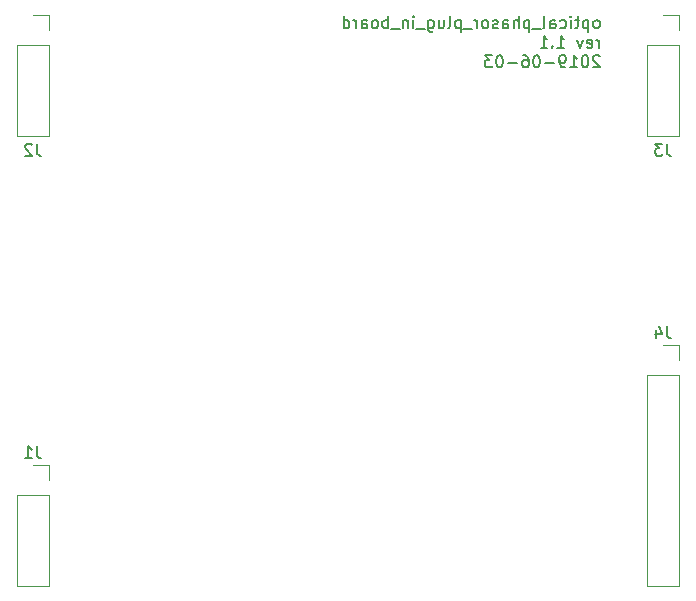
<source format=gbr>
G04 #@! TF.GenerationSoftware,KiCad,Pcbnew,5.1.6-c6e7f7d~87~ubuntu18.04.1*
G04 #@! TF.CreationDate,2020-08-01T07:59:39-04:00*
G04 #@! TF.ProjectId,optical_phasor_plug_in_board,6f707469-6361-46c5-9f70-6861736f725f,1.1*
G04 #@! TF.SameCoordinates,Original*
G04 #@! TF.FileFunction,Legend,Bot*
G04 #@! TF.FilePolarity,Positive*
%FSLAX46Y46*%
G04 Gerber Fmt 4.6, Leading zero omitted, Abs format (unit mm)*
G04 Created by KiCad (PCBNEW 5.1.6-c6e7f7d~87~ubuntu18.04.1) date 2020-08-01 07:59:39*
%MOMM*%
%LPD*%
G01*
G04 APERTURE LIST*
%ADD10C,0.150000*%
%ADD11C,0.120000*%
G04 APERTURE END LIST*
D10*
X167161547Y-68398380D02*
X167256785Y-68350761D01*
X167304404Y-68303142D01*
X167352023Y-68207904D01*
X167352023Y-67922190D01*
X167304404Y-67826952D01*
X167256785Y-67779333D01*
X167161547Y-67731714D01*
X167018690Y-67731714D01*
X166923452Y-67779333D01*
X166875833Y-67826952D01*
X166828214Y-67922190D01*
X166828214Y-68207904D01*
X166875833Y-68303142D01*
X166923452Y-68350761D01*
X167018690Y-68398380D01*
X167161547Y-68398380D01*
X166399642Y-67731714D02*
X166399642Y-68731714D01*
X166399642Y-67779333D02*
X166304404Y-67731714D01*
X166113928Y-67731714D01*
X166018690Y-67779333D01*
X165971071Y-67826952D01*
X165923452Y-67922190D01*
X165923452Y-68207904D01*
X165971071Y-68303142D01*
X166018690Y-68350761D01*
X166113928Y-68398380D01*
X166304404Y-68398380D01*
X166399642Y-68350761D01*
X165637738Y-67731714D02*
X165256785Y-67731714D01*
X165494880Y-67398380D02*
X165494880Y-68255523D01*
X165447261Y-68350761D01*
X165352023Y-68398380D01*
X165256785Y-68398380D01*
X164923452Y-68398380D02*
X164923452Y-67731714D01*
X164923452Y-67398380D02*
X164971071Y-67446000D01*
X164923452Y-67493619D01*
X164875833Y-67446000D01*
X164923452Y-67398380D01*
X164923452Y-67493619D01*
X164018690Y-68350761D02*
X164113928Y-68398380D01*
X164304404Y-68398380D01*
X164399642Y-68350761D01*
X164447261Y-68303142D01*
X164494880Y-68207904D01*
X164494880Y-67922190D01*
X164447261Y-67826952D01*
X164399642Y-67779333D01*
X164304404Y-67731714D01*
X164113928Y-67731714D01*
X164018690Y-67779333D01*
X163161547Y-68398380D02*
X163161547Y-67874571D01*
X163209166Y-67779333D01*
X163304404Y-67731714D01*
X163494880Y-67731714D01*
X163590119Y-67779333D01*
X163161547Y-68350761D02*
X163256785Y-68398380D01*
X163494880Y-68398380D01*
X163590119Y-68350761D01*
X163637738Y-68255523D01*
X163637738Y-68160285D01*
X163590119Y-68065047D01*
X163494880Y-68017428D01*
X163256785Y-68017428D01*
X163161547Y-67969809D01*
X162542500Y-68398380D02*
X162637738Y-68350761D01*
X162685357Y-68255523D01*
X162685357Y-67398380D01*
X162399642Y-68493619D02*
X161637738Y-68493619D01*
X161399642Y-67731714D02*
X161399642Y-68731714D01*
X161399642Y-67779333D02*
X161304404Y-67731714D01*
X161113928Y-67731714D01*
X161018690Y-67779333D01*
X160971071Y-67826952D01*
X160923452Y-67922190D01*
X160923452Y-68207904D01*
X160971071Y-68303142D01*
X161018690Y-68350761D01*
X161113928Y-68398380D01*
X161304404Y-68398380D01*
X161399642Y-68350761D01*
X160494880Y-68398380D02*
X160494880Y-67398380D01*
X160066309Y-68398380D02*
X160066309Y-67874571D01*
X160113928Y-67779333D01*
X160209166Y-67731714D01*
X160352023Y-67731714D01*
X160447261Y-67779333D01*
X160494880Y-67826952D01*
X159161547Y-68398380D02*
X159161547Y-67874571D01*
X159209166Y-67779333D01*
X159304404Y-67731714D01*
X159494880Y-67731714D01*
X159590119Y-67779333D01*
X159161547Y-68350761D02*
X159256785Y-68398380D01*
X159494880Y-68398380D01*
X159590119Y-68350761D01*
X159637738Y-68255523D01*
X159637738Y-68160285D01*
X159590119Y-68065047D01*
X159494880Y-68017428D01*
X159256785Y-68017428D01*
X159161547Y-67969809D01*
X158732976Y-68350761D02*
X158637738Y-68398380D01*
X158447261Y-68398380D01*
X158352023Y-68350761D01*
X158304404Y-68255523D01*
X158304404Y-68207904D01*
X158352023Y-68112666D01*
X158447261Y-68065047D01*
X158590119Y-68065047D01*
X158685357Y-68017428D01*
X158732976Y-67922190D01*
X158732976Y-67874571D01*
X158685357Y-67779333D01*
X158590119Y-67731714D01*
X158447261Y-67731714D01*
X158352023Y-67779333D01*
X157732976Y-68398380D02*
X157828214Y-68350761D01*
X157875833Y-68303142D01*
X157923452Y-68207904D01*
X157923452Y-67922190D01*
X157875833Y-67826952D01*
X157828214Y-67779333D01*
X157732976Y-67731714D01*
X157590119Y-67731714D01*
X157494880Y-67779333D01*
X157447261Y-67826952D01*
X157399642Y-67922190D01*
X157399642Y-68207904D01*
X157447261Y-68303142D01*
X157494880Y-68350761D01*
X157590119Y-68398380D01*
X157732976Y-68398380D01*
X156971071Y-68398380D02*
X156971071Y-67731714D01*
X156971071Y-67922190D02*
X156923452Y-67826952D01*
X156875833Y-67779333D01*
X156780595Y-67731714D01*
X156685357Y-67731714D01*
X156590119Y-68493619D02*
X155828214Y-68493619D01*
X155590119Y-67731714D02*
X155590119Y-68731714D01*
X155590119Y-67779333D02*
X155494880Y-67731714D01*
X155304404Y-67731714D01*
X155209166Y-67779333D01*
X155161547Y-67826952D01*
X155113928Y-67922190D01*
X155113928Y-68207904D01*
X155161547Y-68303142D01*
X155209166Y-68350761D01*
X155304404Y-68398380D01*
X155494880Y-68398380D01*
X155590119Y-68350761D01*
X154542500Y-68398380D02*
X154637738Y-68350761D01*
X154685357Y-68255523D01*
X154685357Y-67398380D01*
X153732976Y-67731714D02*
X153732976Y-68398380D01*
X154161547Y-67731714D02*
X154161547Y-68255523D01*
X154113928Y-68350761D01*
X154018690Y-68398380D01*
X153875833Y-68398380D01*
X153780595Y-68350761D01*
X153732976Y-68303142D01*
X152828214Y-67731714D02*
X152828214Y-68541238D01*
X152875833Y-68636476D01*
X152923452Y-68684095D01*
X153018690Y-68731714D01*
X153161547Y-68731714D01*
X153256785Y-68684095D01*
X152828214Y-68350761D02*
X152923452Y-68398380D01*
X153113928Y-68398380D01*
X153209166Y-68350761D01*
X153256785Y-68303142D01*
X153304404Y-68207904D01*
X153304404Y-67922190D01*
X153256785Y-67826952D01*
X153209166Y-67779333D01*
X153113928Y-67731714D01*
X152923452Y-67731714D01*
X152828214Y-67779333D01*
X152590119Y-68493619D02*
X151828214Y-68493619D01*
X151590119Y-68398380D02*
X151590119Y-67731714D01*
X151590119Y-67398380D02*
X151637738Y-67446000D01*
X151590119Y-67493619D01*
X151542500Y-67446000D01*
X151590119Y-67398380D01*
X151590119Y-67493619D01*
X151113928Y-67731714D02*
X151113928Y-68398380D01*
X151113928Y-67826952D02*
X151066309Y-67779333D01*
X150971071Y-67731714D01*
X150828214Y-67731714D01*
X150732976Y-67779333D01*
X150685357Y-67874571D01*
X150685357Y-68398380D01*
X150447261Y-68493619D02*
X149685357Y-68493619D01*
X149447261Y-68398380D02*
X149447261Y-67398380D01*
X149447261Y-67779333D02*
X149352023Y-67731714D01*
X149161547Y-67731714D01*
X149066309Y-67779333D01*
X149018690Y-67826952D01*
X148971071Y-67922190D01*
X148971071Y-68207904D01*
X149018690Y-68303142D01*
X149066309Y-68350761D01*
X149161547Y-68398380D01*
X149352023Y-68398380D01*
X149447261Y-68350761D01*
X148399642Y-68398380D02*
X148494880Y-68350761D01*
X148542500Y-68303142D01*
X148590119Y-68207904D01*
X148590119Y-67922190D01*
X148542500Y-67826952D01*
X148494880Y-67779333D01*
X148399642Y-67731714D01*
X148256785Y-67731714D01*
X148161547Y-67779333D01*
X148113928Y-67826952D01*
X148066309Y-67922190D01*
X148066309Y-68207904D01*
X148113928Y-68303142D01*
X148161547Y-68350761D01*
X148256785Y-68398380D01*
X148399642Y-68398380D01*
X147209166Y-68398380D02*
X147209166Y-67874571D01*
X147256785Y-67779333D01*
X147352023Y-67731714D01*
X147542500Y-67731714D01*
X147637738Y-67779333D01*
X147209166Y-68350761D02*
X147304404Y-68398380D01*
X147542500Y-68398380D01*
X147637738Y-68350761D01*
X147685357Y-68255523D01*
X147685357Y-68160285D01*
X147637738Y-68065047D01*
X147542500Y-68017428D01*
X147304404Y-68017428D01*
X147209166Y-67969809D01*
X146732976Y-68398380D02*
X146732976Y-67731714D01*
X146732976Y-67922190D02*
X146685357Y-67826952D01*
X146637738Y-67779333D01*
X146542500Y-67731714D01*
X146447261Y-67731714D01*
X145685357Y-68398380D02*
X145685357Y-67398380D01*
X145685357Y-68350761D02*
X145780595Y-68398380D01*
X145971071Y-68398380D01*
X146066309Y-68350761D01*
X146113928Y-68303142D01*
X146161547Y-68207904D01*
X146161547Y-67922190D01*
X146113928Y-67826952D01*
X146066309Y-67779333D01*
X145971071Y-67731714D01*
X145780595Y-67731714D01*
X145685357Y-67779333D01*
X167304404Y-70048380D02*
X167304404Y-69381714D01*
X167304404Y-69572190D02*
X167256785Y-69476952D01*
X167209166Y-69429333D01*
X167113928Y-69381714D01*
X167018690Y-69381714D01*
X166304404Y-70000761D02*
X166399642Y-70048380D01*
X166590119Y-70048380D01*
X166685357Y-70000761D01*
X166732976Y-69905523D01*
X166732976Y-69524571D01*
X166685357Y-69429333D01*
X166590119Y-69381714D01*
X166399642Y-69381714D01*
X166304404Y-69429333D01*
X166256785Y-69524571D01*
X166256785Y-69619809D01*
X166732976Y-69715047D01*
X165923452Y-69381714D02*
X165685357Y-70048380D01*
X165447261Y-69381714D01*
X163780595Y-70048380D02*
X164352023Y-70048380D01*
X164066309Y-70048380D02*
X164066309Y-69048380D01*
X164161547Y-69191238D01*
X164256785Y-69286476D01*
X164352023Y-69334095D01*
X163352023Y-69953142D02*
X163304404Y-70000761D01*
X163352023Y-70048380D01*
X163399642Y-70000761D01*
X163352023Y-69953142D01*
X163352023Y-70048380D01*
X162352023Y-70048380D02*
X162923452Y-70048380D01*
X162637738Y-70048380D02*
X162637738Y-69048380D01*
X162732976Y-69191238D01*
X162828214Y-69286476D01*
X162923452Y-69334095D01*
X167352023Y-70793619D02*
X167304404Y-70746000D01*
X167209166Y-70698380D01*
X166971071Y-70698380D01*
X166875833Y-70746000D01*
X166828214Y-70793619D01*
X166780595Y-70888857D01*
X166780595Y-70984095D01*
X166828214Y-71126952D01*
X167399642Y-71698380D01*
X166780595Y-71698380D01*
X166161547Y-70698380D02*
X166066309Y-70698380D01*
X165971071Y-70746000D01*
X165923452Y-70793619D01*
X165875833Y-70888857D01*
X165828214Y-71079333D01*
X165828214Y-71317428D01*
X165875833Y-71507904D01*
X165923452Y-71603142D01*
X165971071Y-71650761D01*
X166066309Y-71698380D01*
X166161547Y-71698380D01*
X166256785Y-71650761D01*
X166304404Y-71603142D01*
X166352023Y-71507904D01*
X166399642Y-71317428D01*
X166399642Y-71079333D01*
X166352023Y-70888857D01*
X166304404Y-70793619D01*
X166256785Y-70746000D01*
X166161547Y-70698380D01*
X164875833Y-71698380D02*
X165447261Y-71698380D01*
X165161547Y-71698380D02*
X165161547Y-70698380D01*
X165256785Y-70841238D01*
X165352023Y-70936476D01*
X165447261Y-70984095D01*
X164399642Y-71698380D02*
X164209166Y-71698380D01*
X164113928Y-71650761D01*
X164066309Y-71603142D01*
X163971071Y-71460285D01*
X163923452Y-71269809D01*
X163923452Y-70888857D01*
X163971071Y-70793619D01*
X164018690Y-70746000D01*
X164113928Y-70698380D01*
X164304404Y-70698380D01*
X164399642Y-70746000D01*
X164447261Y-70793619D01*
X164494880Y-70888857D01*
X164494880Y-71126952D01*
X164447261Y-71222190D01*
X164399642Y-71269809D01*
X164304404Y-71317428D01*
X164113928Y-71317428D01*
X164018690Y-71269809D01*
X163971071Y-71222190D01*
X163923452Y-71126952D01*
X163494880Y-71317428D02*
X162732976Y-71317428D01*
X162066309Y-70698380D02*
X161971071Y-70698380D01*
X161875833Y-70746000D01*
X161828214Y-70793619D01*
X161780595Y-70888857D01*
X161732976Y-71079333D01*
X161732976Y-71317428D01*
X161780595Y-71507904D01*
X161828214Y-71603142D01*
X161875833Y-71650761D01*
X161971071Y-71698380D01*
X162066309Y-71698380D01*
X162161547Y-71650761D01*
X162209166Y-71603142D01*
X162256785Y-71507904D01*
X162304404Y-71317428D01*
X162304404Y-71079333D01*
X162256785Y-70888857D01*
X162209166Y-70793619D01*
X162161547Y-70746000D01*
X162066309Y-70698380D01*
X160875833Y-70698380D02*
X161066309Y-70698380D01*
X161161547Y-70746000D01*
X161209166Y-70793619D01*
X161304404Y-70936476D01*
X161352023Y-71126952D01*
X161352023Y-71507904D01*
X161304404Y-71603142D01*
X161256785Y-71650761D01*
X161161547Y-71698380D01*
X160971071Y-71698380D01*
X160875833Y-71650761D01*
X160828214Y-71603142D01*
X160780595Y-71507904D01*
X160780595Y-71269809D01*
X160828214Y-71174571D01*
X160875833Y-71126952D01*
X160971071Y-71079333D01*
X161161547Y-71079333D01*
X161256785Y-71126952D01*
X161304404Y-71174571D01*
X161352023Y-71269809D01*
X160352023Y-71317428D02*
X159590119Y-71317428D01*
X158923452Y-70698380D02*
X158828214Y-70698380D01*
X158732976Y-70746000D01*
X158685357Y-70793619D01*
X158637738Y-70888857D01*
X158590119Y-71079333D01*
X158590119Y-71317428D01*
X158637738Y-71507904D01*
X158685357Y-71603142D01*
X158732976Y-71650761D01*
X158828214Y-71698380D01*
X158923452Y-71698380D01*
X159018690Y-71650761D01*
X159066309Y-71603142D01*
X159113928Y-71507904D01*
X159161547Y-71317428D01*
X159161547Y-71079333D01*
X159113928Y-70888857D01*
X159066309Y-70793619D01*
X159018690Y-70746000D01*
X158923452Y-70698380D01*
X158256785Y-70698380D02*
X157637738Y-70698380D01*
X157971071Y-71079333D01*
X157828214Y-71079333D01*
X157732976Y-71126952D01*
X157685357Y-71174571D01*
X157637738Y-71269809D01*
X157637738Y-71507904D01*
X157685357Y-71603142D01*
X157732976Y-71650761D01*
X157828214Y-71698380D01*
X158113928Y-71698380D01*
X158209166Y-71650761D01*
X158256785Y-71603142D01*
D11*
X120710000Y-105350000D02*
X119380000Y-105350000D01*
X120710000Y-106680000D02*
X120710000Y-105350000D01*
X120710000Y-107950000D02*
X118050000Y-107950000D01*
X118050000Y-107950000D02*
X118050000Y-115630000D01*
X120710000Y-107950000D02*
X120710000Y-115630000D01*
X120710000Y-115630000D02*
X118050000Y-115630000D01*
X120710000Y-77530000D02*
X118050000Y-77530000D01*
X120710000Y-69850000D02*
X120710000Y-77530000D01*
X118050000Y-69850000D02*
X118050000Y-77530000D01*
X120710000Y-69850000D02*
X118050000Y-69850000D01*
X120710000Y-68580000D02*
X120710000Y-67250000D01*
X120710000Y-67250000D02*
X119380000Y-67250000D01*
X174050000Y-77530000D02*
X171390000Y-77530000D01*
X174050000Y-69850000D02*
X174050000Y-77530000D01*
X171390000Y-69850000D02*
X171390000Y-77530000D01*
X174050000Y-69850000D02*
X171390000Y-69850000D01*
X174050000Y-68580000D02*
X174050000Y-67250000D01*
X174050000Y-67250000D02*
X172720000Y-67250000D01*
X174050000Y-95190000D02*
X172720000Y-95190000D01*
X174050000Y-96520000D02*
X174050000Y-95190000D01*
X174050000Y-97790000D02*
X171390000Y-97790000D01*
X171390000Y-97790000D02*
X171390000Y-115630000D01*
X174050000Y-97790000D02*
X174050000Y-115630000D01*
X174050000Y-115630000D02*
X171390000Y-115630000D01*
D10*
X119713333Y-103802380D02*
X119713333Y-104516666D01*
X119760952Y-104659523D01*
X119856190Y-104754761D01*
X119999047Y-104802380D01*
X120094285Y-104802380D01*
X118713333Y-104802380D02*
X119284761Y-104802380D01*
X118999047Y-104802380D02*
X118999047Y-103802380D01*
X119094285Y-103945238D01*
X119189523Y-104040476D01*
X119284761Y-104088095D01*
X119713333Y-78192380D02*
X119713333Y-78906666D01*
X119760952Y-79049523D01*
X119856190Y-79144761D01*
X119999047Y-79192380D01*
X120094285Y-79192380D01*
X119284761Y-78287619D02*
X119237142Y-78240000D01*
X119141904Y-78192380D01*
X118903809Y-78192380D01*
X118808571Y-78240000D01*
X118760952Y-78287619D01*
X118713333Y-78382857D01*
X118713333Y-78478095D01*
X118760952Y-78620952D01*
X119332380Y-79192380D01*
X118713333Y-79192380D01*
X173053333Y-78192380D02*
X173053333Y-78906666D01*
X173100952Y-79049523D01*
X173196190Y-79144761D01*
X173339047Y-79192380D01*
X173434285Y-79192380D01*
X172672380Y-78192380D02*
X172053333Y-78192380D01*
X172386666Y-78573333D01*
X172243809Y-78573333D01*
X172148571Y-78620952D01*
X172100952Y-78668571D01*
X172053333Y-78763809D01*
X172053333Y-79001904D01*
X172100952Y-79097142D01*
X172148571Y-79144761D01*
X172243809Y-79192380D01*
X172529523Y-79192380D01*
X172624761Y-79144761D01*
X172672380Y-79097142D01*
X173053333Y-93642380D02*
X173053333Y-94356666D01*
X173100952Y-94499523D01*
X173196190Y-94594761D01*
X173339047Y-94642380D01*
X173434285Y-94642380D01*
X172148571Y-93975714D02*
X172148571Y-94642380D01*
X172386666Y-93594761D02*
X172624761Y-94309047D01*
X172005714Y-94309047D01*
M02*

</source>
